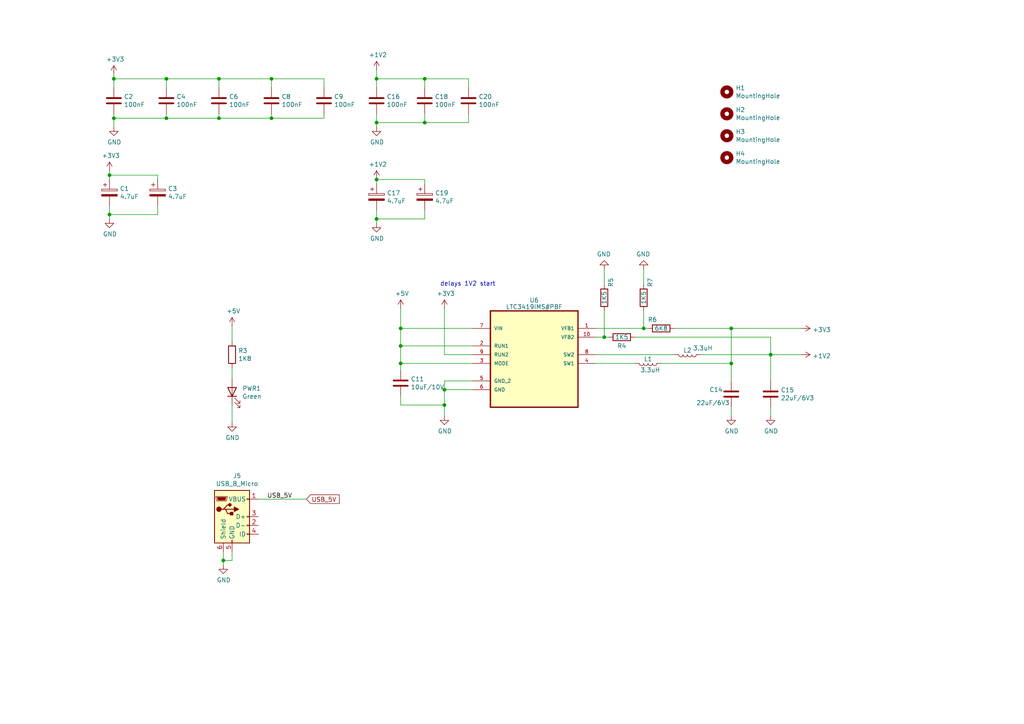
<source format=kicad_sch>
(kicad_sch (version 20230121) (generator eeschema)
  (paper "A4")
  (title_block (title "PowerSupply") (date "2019-12-27") (rev "V0.0.1") (company "SCC"))
  (lib_symbols
    (symbol "Device:C" (pin_numbers hide) (pin_names (offset 0.254))
      (property "Reference" "C" (at 0.635 2.54 0))
      (property "Value" "C" (at 0.635 -2.54 0))
      (symbol "C_0_1"
        (polyline (pts (xy -2.032 -0.762) (xy 2.032 -0.762)) (stroke (width 0.508)))
        (polyline (pts (xy -2.032 0.762) (xy 2.032 0.762)) (stroke (width 0.508)))
      )
      (symbol "C_1_1"
        (pin passive line (at 0 3.81 270) (length 2.794) (name "~") (number "1"))
        (pin passive line (at 0 -3.81 90) (length 2.794) (name "~") (number "2"))
      )
    )
    (symbol "Device:L" (pin_numbers hide) (pin_names (offset 1.016) hide)
      (property "Reference" "L" (at -1.27 0 90))
      (property "Value" "L" (at 1.905 0 90))
      (symbol "L_0_1"
        (arc (start 0 -2.54) (mid 0.6323 -1.905) (end 0 -1.27))
        (arc (start 0 -1.27) (mid 0.6323 -0.635) (end 0 0))
        (arc (start 0 0) (mid 0.6323 0.635) (end 0 1.27))
        (arc (start 0 1.27) (mid 0.6323 1.905) (end 0 2.54))
      )
      (symbol "L_1_1"
        (pin passive line (at 0 3.81 270) (length 1.27) (name "1") (number "1"))
        (pin passive line (at 0 -3.81 90) (length 1.27) (name "2") (number "2"))
      )
    )
    (symbol "Device:LED" (pin_numbers hide) (pin_names (offset 1.016) hide)
      (property "Reference" "D" (at 0 2.54 0))
      (property "Value" "LED" (at 0 -2.54 0))
      (symbol "LED_0_1"
        (polyline (pts (xy -1.27 -1.27) (xy -1.27 1.27)) (stroke (width 0.254)))
        (polyline (pts (xy -1.27 0) (xy 1.27 0)))
        (polyline (pts (xy 1.27 -1.27) (xy 1.27 1.27) (xy -1.27 0) (xy 1.27 -1.27)) (stroke (width 0.254)))
        (polyline (pts (xy -3.048 -0.762) (xy -4.572 -2.286) (xy -3.81 -2.286) (xy -4.572 -2.286) (xy -4.572 -1.524)))
        (polyline (pts (xy -1.778 -0.762) (xy -3.302 -2.286) (xy -2.54 -2.286) (xy -3.302 -2.286) (xy -3.302 -1.524)))
      )
      (symbol "LED_1_1"
        (pin passive line (at -3.81 0 0) (length 2.54) (name "K") (number "1"))
        (pin passive line (at 3.81 0 180) (length 2.54) (name "A") (number "2"))
      )
    )
    (symbol "Device:R" (pin_numbers hide) (pin_names (offset 0))
      (property "Reference" "R" (at 2.032 0 90))
      (property "Value" "R" (at 0 0 90))
      (symbol "R_0_1"
        (rectangle (start -1.016 -2.54) (end 1.016 2.54) (stroke (width 0.254)))
      )
      (symbol "R_1_1"
        (pin passive line (at 0 3.81 270) (length 1.27) (name "~") (number "1"))
        (pin passive line (at 0 -3.81 90) (length 1.27) (name "~") (number "2"))
      )
    )
    (symbol "LTC3419IMS_PBF:LTC3419IMS#PBF" (pin_names (offset 1.016))
      (property "Reference" "U" (at -5.619 12.0007 0))
      (property "Value" "LTC3419IMS#PBF" (at -4.6747 -21.2902 0))
      (symbol "LTC3419IMS#PBF_0_0"
        (rectangle (start -12.7 -17.78) (end 12.7 10.16) (stroke (width 0.4064)) (fill (type background)))
        (pin output line (at 17.78 5.08 180) (length 5.08) (name "VFB1") (number "1"))
        (pin output line (at 17.78 2.54 180) (length 5.08) (name "VFB2") (number "10"))
        (pin input line (at -17.78 0 0) (length 5.08) (name "RUN1") (number "2"))
        (pin input line (at -17.78 -5.08 0) (length 5.08) (name "MODE") (number "3"))
        (pin output line (at 17.78 -5.08 180) (length 5.08) (name "SW1") (number "4"))
        (pin passive line (at -17.78 -10.16 0) (length 5.08) (name "GND_2") (number "5"))
        (pin passive line (at -17.78 -12.7 0) (length 5.08) (name "GND") (number "6"))
        (pin power_in line (at -17.78 5.08 0) (length 5.08) (name "VIN") (number "7"))
        (pin output line (at 17.78 -2.54 180) (length 5.08) (name "SW2") (number "8"))
        (pin input line (at -17.78 -2.54 0) (length 5.08) (name "RUN2") (number "9"))
      )
    )
    (symbol "Mechanical:MountingHole" (pin_names (offset 1.016))
      (property "Reference" "H" (at 0 5.08 0))
      (property "Value" "MountingHole" (at 0 3.175 0))
      (symbol "MountingHole_0_1"
        (circle (center 0 0) (radius 1.27) (stroke (width 1.27)))
      )
    )
    (symbol "logicanalyzerboard-rescue:+3.3V-power" (power) (pin_names (offset 0))
      (property "Value" "+3.3V-power" (at 0 3.556 0))
      (symbol "+3.3V-power_0_1"
        (polyline (pts (xy -0.762 1.27) (xy 0 2.54)))
        (polyline (pts (xy 0 0) (xy 0 2.54)))
        (polyline (pts (xy 0 2.54) (xy 0.762 1.27)))
      )
      (symbol "+3.3V-power_1_1"
        (pin power_in line (at 0 0 90) (length 0) hide (name "+3V3") (number "1"))
      )
    )
    (symbol "logicanalyzerboard-rescue:CP-Device" (pin_numbers hide) (pin_names (offset 0.254))
      (property "Reference" "C" (at 0.635 2.54 0))
      (property "Value" "CP-Device" (at 0.635 -2.54 0))
      (symbol "CP-Device_0_1"
        (rectangle (start -2.286 0.508) (end 2.286 1.016))
        (polyline (pts (xy -1.778 2.286) (xy -0.762 2.286)))
        (polyline (pts (xy -1.27 2.794) (xy -1.27 1.778)))
        (rectangle (start 2.286 -0.508) (end -2.286 -1.016) (fill (type outline)))
      )
      (symbol "CP-Device_1_1"
        (pin passive line (at 0 3.81 270) (length 2.794) (name "~") (number "1"))
        (pin passive line (at 0 -3.81 90) (length 2.794) (name "~") (number "2"))
      )
    )
    (symbol "logicanalyzerboard-rescue:USB_B_Micro-Connector" (pin_names (offset 1.016))
      (property "Reference" "J" (at -5.08 11.43 0))
      (property "Value" "USB_B_Micro-Connector" (at -5.08 8.89 0))
      (symbol "USB_B_Micro-Connector_0_1"
        (rectangle (start -5.08 -7.62) (end 5.08 7.62) (stroke (width 0.254)) (fill (type background)))
        (circle (center -3.81 2.159) (radius 0.635) (stroke (width 0.254)) (fill (type outline)))
        (circle (center -0.635 3.429) (radius 0.381) (stroke (width 0.254)) (fill (type outline)))
        (rectangle (start -0.127 -7.62) (end 0.127 -6.858))
        (polyline (pts (xy -1.905 2.159) (xy 0.635 2.159)) (stroke (width 0.254)))
        (polyline (pts (xy -3.175 2.159) (xy -2.54 2.159) (xy -1.27 3.429) (xy -0.635 3.429)) (stroke (width 0.254)))
        (polyline (pts (xy -2.54 2.159) (xy -1.905 2.159) (xy -1.27 0.889) (xy 0 0.889)) (stroke (width 0.254)))
        (polyline (pts (xy 0.635 2.794) (xy 0.635 1.524) (xy 1.905 2.159) (xy 0.635 2.794)) (stroke (width 0.254)) (fill (type outline)))
        (polyline (pts (xy -4.318 5.588) (xy -1.778 5.588) (xy -2.032 4.826) (xy -4.064 4.826) (xy -4.318 5.588)) (fill (type outline)))
        (polyline (pts (xy -4.699 5.842) (xy -4.699 5.588) (xy -4.445 4.826) (xy -4.445 4.572) (xy -1.651 4.572) (xy -1.651 4.826) (xy -1.397 5.588) (xy -1.397 5.842) (xy -4.699 5.842)))
        (rectangle (start 0.254 1.27) (end -0.508 0.508) (stroke (width 0.254)) (fill (type outline)))
        (rectangle (start 5.08 -5.207) (end 4.318 -4.953))
        (rectangle (start 5.08 -2.667) (end 4.318 -2.413))
        (rectangle (start 5.08 -0.127) (end 4.318 0.127))
        (rectangle (start 5.08 4.953) (end 4.318 5.207))
      )
      (symbol "USB_B_Micro-Connector_1_1"
        (pin power_out line (at 7.62 5.08 180) (length 2.54) (name "VBUS") (number "1"))
        (pin passive line (at 7.62 -2.54 180) (length 2.54) (name "D-") (number "2"))
        (pin passive line (at 7.62 0 180) (length 2.54) (name "D+") (number "3"))
        (pin passive line (at 7.62 -5.08 180) (length 2.54) (name "ID") (number "4"))
        (pin power_out line (at 0 -10.16 90) (length 2.54) (name "GND") (number "5"))
        (pin passive line (at -2.54 -10.16 90) (length 2.54) (name "Shield") (number "6"))
      )
    )
    (symbol "power:+1V2" (power) (pin_names (offset 0))
      (property "Value" "+1V2" (at 0 3.556 0))
      (symbol "+1V2_0_1"
        (polyline (pts (xy -0.762 1.27) (xy 0 2.54)))
        (polyline (pts (xy 0 0) (xy 0 2.54)))
        (polyline (pts (xy 0 2.54) (xy 0.762 1.27)))
      )
      (symbol "+1V2_1_1"
        (pin power_in line (at 0 0 90) (length 0) hide (name "+1V2") (number "1"))
      )
    )
    (symbol "power:+5V" (power) (pin_names (offset 0))
      (property "Value" "+5V" (at 0 3.556 0))
      (symbol "+5V_0_1"
        (polyline (pts (xy -0.762 1.27) (xy 0 2.54)))
        (polyline (pts (xy 0 0) (xy 0 2.54)))
        (polyline (pts (xy 0 2.54) (xy 0.762 1.27)))
      )
      (symbol "+5V_1_1"
        (pin power_in line (at 0 0 90) (length 0) hide (name "+5V") (number "1"))
      )
    )
    (symbol "power:GND" (power) (pin_names (offset 0))
      (property "Value" "GND" (at 0 -3.81 0))
      (symbol "GND_0_1"
        (polyline (pts (xy 0 0) (xy 0 -1.27) (xy 1.27 -1.27) (xy 0 -2.54) (xy -1.27 -1.27) (xy 0 -1.27)))
      )
      (symbol "GND_1_1"
        (pin power_in line (at 0 0 270) (length 0) hide (name "GND") (number "1"))
      )
    )
  )
  (junction (at 33.02 22.86))
  (junction (at 116.205 105.41))
  (junction (at 78.74 34.29))
  (junction (at 33.02 34.29))
  (junction (at 31.75 50.8))
  (junction (at 128.905 113.03))
  (junction (at 128.905 117.475))
  (junction (at 116.205 95.25))
  (junction (at 123.19 22.86))
  (junction (at 123.19 35.56))
  (junction (at 78.74 22.86))
  (junction (at 212.09 105.41))
  (junction (at 116.205 100.33))
  (junction (at 175.26 97.79))
  (junction (at 63.5 34.29))
  (junction (at 63.5 22.86))
  (junction (at 48.26 22.86))
  (junction (at 109.22 63.5))
  (junction (at 109.22 22.86))
  (junction (at 109.22 35.56))
  (junction (at 223.52 102.87))
  (junction (at 48.26 34.29))
  (junction (at 109.22 52.07))
  (junction (at 212.09 95.25))
  (junction (at 64.77 162.56))
  (junction (at 31.75 62.23))
  (junction (at 186.69 95.25))
  (wire (pts (xy 64.77 162.56) (xy 67.31 162.56)))
  (wire (pts (xy 33.02 22.86) (xy 48.26 22.86)))
  (wire (pts (xy 203.2 102.87) (xy 223.52 102.87)))
  (wire (pts (xy 137.16 102.87) (xy 128.905 102.87)))
  (wire (pts (xy 186.69 90.17) (xy 186.69 95.25)))
  (wire (pts (xy 191.77 105.41) (xy 212.09 105.41)))
  (wire (pts (xy 64.77 163.83) (xy 64.77 162.56)))
  (wire (pts (xy 93.98 33.02) (xy 93.98 34.29)))
  (wire (pts (xy 33.02 36.83) (xy 33.02 34.29)))
  (wire (pts (xy 33.02 34.29) (xy 33.02 33.02)))
  (wire (pts (xy 212.09 105.41) (xy 212.09 95.25)))
  (wire (pts (xy 33.02 34.29) (xy 48.26 34.29)))
  (wire (pts (xy 135.89 33.02) (xy 135.89 35.56)))
  (wire (pts (xy 137.16 105.41) (xy 116.205 105.41)))
  (wire (pts (xy 212.09 105.41) (xy 212.09 110.49)))
  (wire (pts (xy 67.31 117.475) (xy 67.31 122.555)))
  (wire (pts (xy 109.22 63.5) (xy 123.19 63.5)))
  (wire (pts (xy 175.26 78.105) (xy 175.26 82.55)))
  (wire (pts (xy 172.72 105.41) (xy 184.15 105.41)))
  (wire (pts (xy 184.15 97.79) (xy 223.52 97.79)))
  (wire (pts (xy 128.905 110.49) (xy 137.16 110.49)))
  (wire (pts (xy 175.26 90.17) (xy 175.26 97.79)))
  (wire (pts (xy 223.52 102.87) (xy 232.41 102.87)))
  (wire (pts (xy 128.905 89.535) (xy 128.905 102.87)))
  (wire (pts (xy 195.58 95.25) (xy 212.09 95.25)))
  (wire (pts (xy 33.02 22.86) (xy 33.02 25.4)))
  (wire (pts (xy 67.31 106.68) (xy 67.31 109.855)))
  (wire (pts (xy 137.16 95.25) (xy 116.205 95.25)))
  (wire (pts (xy 31.75 62.23) (xy 45.72 62.23)))
  (wire (pts (xy 123.19 33.02) (xy 123.19 35.56)))
  (wire (pts (xy 67.31 94.615) (xy 67.31 99.06)))
  (wire (pts (xy 78.74 33.02) (xy 78.74 34.29)))
  (wire (pts (xy 116.205 100.33) (xy 116.205 95.25)))
  (wire (pts (xy 109.22 20.32) (xy 109.22 22.86)))
  (wire (pts (xy 31.75 50.8) (xy 31.75 52.07)))
  (wire (pts (xy 123.19 60.96) (xy 123.19 63.5)))
  (wire (pts (xy 74.93 144.78) (xy 88.9 144.78)))
  (wire (pts (xy 109.22 35.56) (xy 123.19 35.56)))
  (wire (pts (xy 48.26 34.29) (xy 63.5 34.29)))
  (wire (pts (xy 109.22 52.07) (xy 123.19 52.07)))
  (wire (pts (xy 212.09 95.25) (xy 232.41 95.25)))
  (wire (pts (xy 135.89 25.4) (xy 135.89 22.86)))
  (wire (pts (xy 116.205 117.475) (xy 128.905 117.475)))
  (wire (pts (xy 109.22 22.86) (xy 109.22 25.4)))
  (wire (pts (xy 109.22 36.83) (xy 109.22 35.56)))
  (wire (pts (xy 31.75 62.23) (xy 31.75 59.69)))
  (wire (pts (xy 109.22 22.86) (xy 123.19 22.86)))
  (wire (pts (xy 128.905 113.03) (xy 128.905 110.49)))
  (wire (pts (xy 123.19 25.4) (xy 123.19 22.86)))
  (wire (pts (xy 78.74 25.4) (xy 78.74 22.86)))
  (wire (pts (xy 128.905 113.03) (xy 128.905 117.475)))
  (wire (pts (xy 123.19 53.34) (xy 123.19 52.07)))
  (wire (pts (xy 45.72 52.07) (xy 45.72 50.8)))
  (wire (pts (xy 109.22 63.5) (xy 109.22 64.77)))
  (wire (pts (xy 31.75 49.53) (xy 31.75 50.8)))
  (wire (pts (xy 63.5 25.4) (xy 63.5 22.86)))
  (wire (pts (xy 223.52 110.49) (xy 223.52 102.87)))
  (wire (pts (xy 172.72 95.25) (xy 186.69 95.25)))
  (wire (pts (xy 116.205 105.41) (xy 116.205 107.315)))
  (wire (pts (xy 172.72 102.87) (xy 195.58 102.87)))
  (wire (pts (xy 48.26 22.86) (xy 63.5 22.86)))
  (wire (pts (xy 186.69 78.105) (xy 186.69 82.55)))
  (wire (pts (xy 109.22 52.07) (xy 109.22 53.34)))
  (wire (pts (xy 109.22 35.56) (xy 109.22 33.02)))
  (wire (pts (xy 128.905 113.03) (xy 137.16 113.03)))
  (wire (pts (xy 223.52 97.79) (xy 223.52 102.87)))
  (wire (pts (xy 93.98 25.4) (xy 93.98 22.86)))
  (wire (pts (xy 31.75 63.5) (xy 31.75 62.23)))
  (wire (pts (xy 45.72 59.69) (xy 45.72 62.23)))
  (wire (pts (xy 48.26 25.4) (xy 48.26 22.86)))
  (wire (pts (xy 212.09 118.11) (xy 212.09 120.65)))
  (wire (pts (xy 223.52 118.11) (xy 223.52 120.65)))
  (wire (pts (xy 186.69 95.25) (xy 187.96 95.25)))
  (wire (pts (xy 109.22 60.96) (xy 109.22 63.5)))
  (wire (pts (xy 123.19 22.86) (xy 135.89 22.86)))
  (wire (pts (xy 172.72 97.79) (xy 175.26 97.79)))
  (wire (pts (xy 128.905 117.475) (xy 128.905 120.65)))
  (wire (pts (xy 116.205 105.41) (xy 116.205 100.33)))
  (wire (pts (xy 78.74 34.29) (xy 93.98 34.29)))
  (wire (pts (xy 63.5 33.02) (xy 63.5 34.29)))
  (wire (pts (xy 116.205 114.935) (xy 116.205 117.475)))
  (wire (pts (xy 31.75 50.8) (xy 45.72 50.8)))
  (wire (pts (xy 64.77 162.56) (xy 64.77 160.02)))
  (wire (pts (xy 116.205 95.25) (xy 116.205 89.535)))
  (wire (pts (xy 67.31 162.56) (xy 67.31 160.02)))
  (wire (pts (xy 48.26 33.02) (xy 48.26 34.29)))
  (wire (pts (xy 63.5 34.29) (xy 78.74 34.29)))
  (wire (pts (xy 78.74 22.86) (xy 93.98 22.86)))
  (wire (pts (xy 137.16 100.33) (xy 116.205 100.33)))
  (wire (pts (xy 33.02 21.59) (xy 33.02 22.86)))
  (wire (pts (xy 123.19 35.56) (xy 135.89 35.56)))
  (wire (pts (xy 63.5 22.86) (xy 78.74 22.86)))
  (wire (pts (xy 175.26 97.79) (xy 176.53 97.79)))
  (text "delays 1V2 start" (at 127.635 83.185 0) (effects (font (size 1.27 1.27)) (justify left bottom)))
  (label "USB_5V" (at 77.47 144.78 0))
  (global_label "USB_5V" (shape input) (at 88.9 144.78 0) (property "Intersheetrefs" "${INTERSHEET_REFS}" (effects hide)))
  (symbol (lib_id "Device:C") (at 33.02 29.21 0) (unit 1)
    (property "Reference" "C2" (at 35.941 28.0416 0) (effects (justify left)))
    (property "Value" "100nF" (at 35.941 30.353 0) (effects (justify left)))
    (property "Footprint" "Capacitor_SMD:C_0603_1608Metric" (effects hide))
  )
  (symbol (lib_id "Device:C") (at 48.26 29.21 0) (unit 1)
    (property "Reference" "C4" (at 51.181 28.0416 0) (effects (justify left)))
    (property "Value" "100nF" (at 51.181 30.353 0) (effects (justify left)))
    (property "Footprint" "Capacitor_SMD:C_0603_1608Metric" (effects hide))
  )
  (symbol (lib_id "Device:C") (at 63.5 29.21 0) (unit 1)
    (property "Reference" "C6" (at 66.421 28.0416 0) (effects (justify left)))
    (property "Value" "100nF" (at 66.421 30.353 0) (effects (justify left)))
    (property "Footprint" "Capacitor_SMD:C_0603_1608Metric" (effects hide))
  )
  (symbol (lib_id "Device:C") (at 78.74 29.21 0) (unit 1)
    (property "Reference" "C8" (at 81.661 28.0416 0) (effects (justify left)))
    (property "Value" "100nF" (at 81.661 30.353 0) (effects (justify left)))
    (property "Footprint" "Capacitor_SMD:C_0603_1608Metric" (effects hide))
  )
  (symbol (lib_id "Device:C") (at 93.98 29.21 0) (unit 1)
    (property "Reference" "C9" (at 96.901 28.0416 0) (effects (justify left)))
    (property "Value" "100nF" (at 96.901 30.353 0) (effects (justify left)))
    (property "Footprint" "Capacitor_SMD:C_0603_1608Metric" (effects hide))
  )
  (symbol (lib_id "logicanalyzerboard-rescue:CP-Device") (at 31.75 55.88 0) (unit 1)
    (property "Reference" "C1" (at 34.7472 54.7116 0) (effects (justify left)))
    (property "Value" "4.7uF" (at 34.7472 57.023 0) (effects (justify left)))
    (property "Footprint" "Capacitor_SMD:C_0805_2012Metric" (effects hide))
  )
  (symbol (lib_id "logicanalyzerboard-rescue:CP-Device") (at 45.72 55.88 0) (unit 1)
    (property "Reference" "C3" (at 48.7172 54.7116 0) (effects (justify left)))
    (property "Value" "4.7uF" (at 48.7172 57.023 0) (effects (justify left)))
    (property "Footprint" "Capacitor_SMD:C_0805_2012Metric" (effects hide))
  )
  (symbol (lib_id "Device:R") (at 67.31 102.87 0) (unit 1)
    (property "Reference" "R3" (at 69.088 101.7016 0) (effects (justify left)))
    (property "Value" "1K8" (at 69.088 104.013 0) (effects (justify left)))
    (property "Footprint" "Resistor_SMD:R_0805_2012Metric" (effects hide))
  )
  (symbol (lib_id "Device:R") (at 191.77 95.25 270) (unit 1)
    (property "Reference" "R6" (at 189.23 92.71 90))
    (property "Value" "6K8" (at 191.77 95.25 90))
    (property "Footprint" "Resistor_SMD:R_0805_2012Metric" (effects hide))
  )
  (symbol (lib_id "Device:R") (at 180.34 97.79 270) (unit 1)
    (property "Reference" "R4" (at 180.34 100.33 90))
    (property "Value" "1K5" (at 180.34 97.79 90))
    (property "Footprint" "Resistor_SMD:R_0805_2012Metric" (effects hide))
  )
  (symbol (lib_id "Device:R") (at 186.69 86.36 180) (unit 1)
    (property "Reference" "R7" (at 188.595 81.915 90))
    (property "Value" "1K5" (at 186.69 86.36 90))
    (property "Footprint" "Resistor_SMD:R_0805_2012Metric" (effects hide))
  )
  (symbol (lib_id "Device:R") (at 175.26 86.36 180) (unit 1)
    (property "Reference" "R5" (at 177.165 81.915 90))
    (property "Value" "1K5" (at 175.26 86.36 90))
    (property "Footprint" "Resistor_SMD:R_0805_2012Metric" (effects hide))
  )
  (symbol (lib_id "Device:L") (at 187.96 105.41 270) (unit 1)
    (property "Reference" "L1" (at 187.96 104.14 90))
    (property "Value" "3.3uH" (at 188.595 107.315 90))
    (property "Footprint" "Inductor_SMD:L_6.3x6.3_H3" (effects hide))
  )
  (symbol (lib_id "Device:L") (at 199.39 102.87 270) (unit 1)
    (property "Reference" "L2" (at 199.39 101.6 90))
    (property "Value" "3.3uH" (at 203.835 100.965 90))
    (property "Footprint" "Inductor_SMD:L_6.3x6.3_H3" (effects hide))
  )
  (symbol (lib_id "power:GND") (at 175.26 78.105 180) (unit 1)
    (property "Reference" "#PWR06" (effects hide))
    (property "Value" "GND" (at 175.133 73.7108 0))
  )
  (symbol (lib_id "power:GND") (at 186.69 78.105 180) (unit 1)
    (property "Reference" "#PWR07" (effects hide))
    (property "Value" "GND" (at 186.563 73.7108 0))
  )
  (symbol (lib_id "power:GND") (at 212.09 120.65 0) (unit 1)
    (property "Reference" "#PWR08" (effects hide))
    (property "Value" "GND" (at 212.217 125.0442 0))
  )
  (symbol (lib_id "power:GND") (at 223.52 120.65 0) (unit 1)
    (property "Reference" "#PWR09" (effects hide))
    (property "Value" "GND" (at 223.647 125.0442 0))
  )
  (symbol (lib_id "logicanalyzerboard-rescue:+3.3V-power") (at 232.41 95.25 270) (unit 1)
    (property "Reference" "#PWR010" (effects hide))
    (property "Value" "+3.3V" (at 235.6612 95.631 90) (effects (justify left)))
  )
  (symbol (lib_id "power:+1V2") (at 232.41 102.87 270) (unit 1)
    (property "Reference" "#PWR011" (effects hide))
    (property "Value" "+1V2" (at 235.6612 103.251 90) (effects (justify left)))
  )
  (symbol (lib_id "Device:C") (at 212.09 114.3 0) (unit 1)
    (property "Reference" "C14" (at 205.74 113.03 0) (effects (justify left)))
    (property "Value" "22uF/6V3" (at 201.93 116.84 0) (effects (justify left)))
    (property "Footprint" "Capacitor_SMD:C_0805_2012Metric" (effects hide))
  )
  (symbol (lib_id "Device:C") (at 223.52 114.3 0) (unit 1)
    (property "Reference" "C15" (at 226.441 113.1316 0) (effects (justify left)))
    (property "Value" "22uF/6V3" (at 226.441 115.443 0) (effects (justify left)))
    (property "Footprint" "Capacitor_SMD:C_0805_2012Metric" (effects hide))
  )
  (symbol (lib_id "power:GND") (at 128.905 120.65 0) (unit 1)
    (property "Reference" "#PWR05" (effects hide))
    (property "Value" "GND" (at 129.032 125.0442 0))
  )
  (symbol (lib_id "power:+5V") (at 116.205 89.535 0) (unit 1)
    (property "Reference" "#PWR03" (effects hide))
    (property "Value" "+5V" (at 116.586 85.1408 0))
  )
  (symbol (lib_id "Device:C") (at 116.205 111.125 0) (unit 1)
    (property "Reference" "C11" (at 119.126 109.9566 0) (effects (justify left)))
    (property "Value" "10uF/10V" (at 119.126 112.268 0) (effects (justify left)))
    (property "Footprint" "Capacitor_SMD:C_0805_2012Metric" (effects hide))
  )
  (symbol (lib_id "logicanalyzerboard-rescue:+3.3V-power") (at 128.905 89.535 0) (unit 1)
    (property "Reference" "#PWR04" (effects hide))
    (property "Value" "+3.3V" (at 129.286 85.1408 0))
  )
  (symbol (lib_id "Device:LED") (at 67.31 113.665 90) (unit 1)
    (property "Reference" "PWR1" (at 70.2818 112.6744 90) (effects (justify right)))
    (property "Value" "Green" (at 70.2818 114.9858 90) (effects (justify right)))
    (property "Footprint" "LED_SMD:LED_1206_3216Metric" (effects hide))
  )
  (symbol (lib_id "power:GND") (at 67.31 122.555 0) (unit 1)
    (property "Reference" "#PWR02" (effects hide))
    (property "Value" "GND" (at 67.437 126.9492 0))
  )
  (symbol (lib_id "power:+5V") (at 67.31 94.615 0) (unit 1)
    (property "Reference" "#PWR01" (effects hide))
    (property "Value" "+5V" (at 67.691 90.2208 0))
  )
  (symbol (lib_id "logicanalyzerboard-rescue:USB_B_Micro-Connector") (at 67.31 149.86 0) (unit 1)
    (property "Reference" "J5" (at 68.7578 137.9982 0))
    (property "Value" "USB_B_Micro" (at 68.7578 140.3096 0))
    (property "Footprint" "Connector_USB:USB_Micro-B_Molex-105017-0001" (effects hide))
  )
  (symbol (lib_id "power:GND") (at 64.77 163.83 0) (unit 1)
    (property "Reference" "#PWR039" (effects hide))
    (property "Value" "GND" (at 64.897 168.2242 0))
  )
  (symbol (lib_id "Mechanical:MountingHole") (at 210.82 26.67 0) (unit 1)
    (property "Reference" "H1" (at 213.36 25.5016 0) (effects (justify left)))
    (property "Value" "MountingHole" (at 213.36 27.813 0) (effects (justify left)))
    (property "Footprint" "logicanalyzerboard:MountingHole3mmInclPaste" (effects hide))
  )
  (symbol (lib_id "Mechanical:MountingHole") (at 210.82 33.02 0) (unit 1)
    (property "Reference" "H2" (at 213.36 31.8516 0) (effects (justify left)))
    (property "Value" "MountingHole" (at 213.36 34.163 0) (effects (justify left)))
    (property "Footprint" "logicanalyzerboard:MountingHole3mmInclPaste" (effects hide))
  )
  (symbol (lib_id "Mechanical:MountingHole") (at 210.82 39.37 0) (unit 1)
    (property "Reference" "H3" (at 213.36 38.2016 0) (effects (justify left)))
    (property "Value" "MountingHole" (at 213.36 40.513 0) (effects (justify left)))
    (property "Footprint" "logicanalyzerboard:MountingHole3mmInclPaste" (effects hide))
  )
  (symbol (lib_id "Mechanical:MountingHole") (at 210.82 45.72 0) (unit 1)
    (property "Reference" "H4" (at 213.36 44.5516 0) (effects (justify left)))
    (property "Value" "MountingHole" (at 213.36 46.863 0) (effects (justify left)))
    (property "Footprint" "logicanalyzerboard:MountingHole3mmInclPaste" (effects hide))
  )
  (symbol (lib_id "power:GND") (at 33.02 36.83 0) (unit 1)
    (property "Reference" "#PWR034" (effects hide))
    (property "Value" "GND" (at 33.147 41.2242 0))
  )
  (symbol (lib_id "logicanalyzerboard-rescue:+3.3V-power") (at 33.02 21.59 0) (unit 1)
    (property "Reference" "#PWR033" (effects hide))
    (property "Value" "+3.3V" (at 33.401 17.1958 0))
  )
  (symbol (lib_id "power:GND") (at 31.75 63.5 0) (unit 1)
    (property "Reference" "#PWR032" (effects hide))
    (property "Value" "GND" (at 31.877 67.8942 0))
  )
  (symbol (lib_id "logicanalyzerboard-rescue:+3.3V-power") (at 31.75 49.53 0) (unit 1)
    (property "Reference" "#PWR031" (effects hide))
    (property "Value" "+3.3V" (at 32.131 45.1358 0))
  )
  (symbol (lib_id "Device:C") (at 109.22 29.21 0) (unit 1)
    (property "Reference" "C16" (at 112.141 28.0416 0) (effects (justify left)))
    (property "Value" "100nF" (at 112.141 30.353 0) (effects (justify left)))
    (property "Footprint" "Capacitor_SMD:C_0603_1608Metric" (effects hide))
  )
  (symbol (lib_id "logicanalyzerboard-rescue:CP-Device") (at 109.22 57.15 0) (unit 1)
    (property "Reference" "C17" (at 112.2172 55.9816 0) (effects (justify left)))
    (property "Value" "4.7uF" (at 112.2172 58.293 0) (effects (justify left)))
    (property "Footprint" "Capacitor_SMD:C_0805_2012Metric" (effects hide))
  )
  (symbol (lib_id "Device:C") (at 123.19 29.21 0) (unit 1)
    (property "Reference" "C18" (at 126.111 28.0416 0) (effects (justify left)))
    (property "Value" "100nF" (at 126.111 30.353 0) (effects (justify left)))
    (property "Footprint" "Capacitor_SMD:C_0603_1608Metric" (effects hide))
  )
  (symbol (lib_id "Device:C") (at 135.89 29.21 0) (unit 1)
    (property "Reference" "C20" (at 138.811 28.0416 0) (effects (justify left)))
    (property "Value" "100nF" (at 138.811 30.353 0) (effects (justify left)))
    (property "Footprint" "Capacitor_SMD:C_0603_1608Metric" (effects hide))
  )
  (symbol (lib_id "logicanalyzerboard-rescue:CP-Device") (at 123.19 57.15 0) (unit 1)
    (property "Reference" "C19" (at 126.1872 55.9816 0) (effects (justify left)))
    (property "Value" "4.7uF" (at 126.1872 58.293 0) (effects (justify left)))
    (property "Footprint" "Capacitor_SMD:C_0805_2012Metric" (effects hide))
  )
  (symbol (lib_id "power:GND") (at 109.22 36.83 0) (unit 1)
    (property "Reference" "#PWR036" (effects hide))
    (property "Value" "GND" (at 109.347 41.2242 0))
  )
  (symbol (lib_id "power:GND") (at 109.22 64.77 0) (unit 1)
    (property "Reference" "#PWR038" (effects hide))
    (property "Value" "GND" (at 109.347 69.1642 0))
  )
  (symbol (lib_id "power:+1V2") (at 109.22 20.32 0) (unit 1)
    (property "Reference" "#PWR035" (effects hide))
    (property "Value" "+1V2" (at 109.601 15.9258 0))
  )
  (symbol (lib_id "power:+1V2") (at 109.22 52.07 0) (unit 1)
    (property "Reference" "#PWR037" (effects hide))
    (property "Value" "+1V2" (at 109.601 47.6758 0))
  )
  (symbol (lib_id "LTC3419IMS_PBF:LTC3419IMS#PBF") (at 154.94 100.33 0) (unit 1)
    (property "Reference" "U6" (at 154.94 87.0839 0))
    (property "Value" "LTC3419IMS#PBF" (at 154.94 89.0049 0))
    (property "Footprint" "SOP50P490X110-10N" (effects hide))
    (property "PACKAGE" "MSOP-10" (effects hide))
    (property "SUPPLIER" "Linear Technology" (effects hide))
    (property "OC_FARNELL" "-" (effects hide))
    (property "OC_NEWARK" "73P5035" (effects hide))
    (property "MPN" "LTC3419IMS#PBF" (effects hide))
  )
)
</source>
